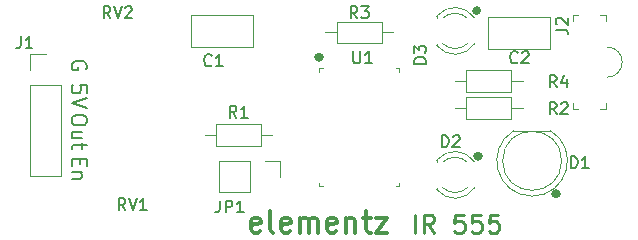
<source format=gbr>
G04 #@! TF.GenerationSoftware,KiCad,Pcbnew,5.1.5-52549c5~86~ubuntu16.04.1*
G04 #@! TF.CreationDate,2020-11-24T19:11:49+05:30*
G04 #@! TF.ProjectId,IR_Sensor_Module_555_V1.0_B,49525f53-656e-4736-9f72-5f4d6f64756c,V1.0*
G04 #@! TF.SameCoordinates,Original*
G04 #@! TF.FileFunction,Legend,Top*
G04 #@! TF.FilePolarity,Positive*
%FSLAX46Y46*%
G04 Gerber Fmt 4.6, Leading zero omitted, Abs format (unit mm)*
G04 Created by KiCad (PCBNEW 5.1.5-52549c5~86~ubuntu16.04.1) date 2020-11-24 19:11:49*
%MOMM*%
%LPD*%
G04 APERTURE LIST*
%ADD10C,0.500000*%
%ADD11C,0.254000*%
%ADD12C,0.300000*%
%ADD13C,0.177800*%
%ADD14C,0.100000*%
%ADD15C,0.120000*%
%ADD16C,0.150000*%
G04 APERTURE END LIST*
D10*
X145084800Y-115244428D02*
X145227657Y-115387285D01*
X145084800Y-115530142D01*
X144941942Y-115387285D01*
X145084800Y-115244428D01*
X145084800Y-115530142D01*
X138480800Y-112069428D02*
X138623657Y-112212285D01*
X138480800Y-112355142D01*
X138337942Y-112212285D01*
X138480800Y-112069428D01*
X138480800Y-112355142D01*
X138353800Y-99750428D02*
X138496657Y-99893285D01*
X138353800Y-100036142D01*
X138210942Y-99893285D01*
X138353800Y-99750428D01*
X138353800Y-100036142D01*
D11*
X133132285Y-118672428D02*
X133132285Y-117148428D01*
X134728857Y-118672428D02*
X134220857Y-117946714D01*
X133858000Y-118672428D02*
X133858000Y-117148428D01*
X134438571Y-117148428D01*
X134583714Y-117221000D01*
X134656285Y-117293571D01*
X134728857Y-117438714D01*
X134728857Y-117656428D01*
X134656285Y-117801571D01*
X134583714Y-117874142D01*
X134438571Y-117946714D01*
X133858000Y-117946714D01*
X137268857Y-117148428D02*
X136543142Y-117148428D01*
X136470571Y-117874142D01*
X136543142Y-117801571D01*
X136688285Y-117729000D01*
X137051142Y-117729000D01*
X137196285Y-117801571D01*
X137268857Y-117874142D01*
X137341428Y-118019285D01*
X137341428Y-118382142D01*
X137268857Y-118527285D01*
X137196285Y-118599857D01*
X137051142Y-118672428D01*
X136688285Y-118672428D01*
X136543142Y-118599857D01*
X136470571Y-118527285D01*
X138720285Y-117148428D02*
X137994571Y-117148428D01*
X137922000Y-117874142D01*
X137994571Y-117801571D01*
X138139714Y-117729000D01*
X138502571Y-117729000D01*
X138647714Y-117801571D01*
X138720285Y-117874142D01*
X138792857Y-118019285D01*
X138792857Y-118382142D01*
X138720285Y-118527285D01*
X138647714Y-118599857D01*
X138502571Y-118672428D01*
X138139714Y-118672428D01*
X137994571Y-118599857D01*
X137922000Y-118527285D01*
X140171714Y-117148428D02*
X139446000Y-117148428D01*
X139373428Y-117874142D01*
X139446000Y-117801571D01*
X139591142Y-117729000D01*
X139954000Y-117729000D01*
X140099142Y-117801571D01*
X140171714Y-117874142D01*
X140244285Y-118019285D01*
X140244285Y-118382142D01*
X140171714Y-118527285D01*
X140099142Y-118599857D01*
X139954000Y-118672428D01*
X139591142Y-118672428D01*
X139446000Y-118599857D01*
X139373428Y-118527285D01*
D12*
X120039428Y-118584571D02*
X119868000Y-118670285D01*
X119525142Y-118670285D01*
X119353714Y-118584571D01*
X119268000Y-118413142D01*
X119268000Y-117727428D01*
X119353714Y-117556000D01*
X119525142Y-117470285D01*
X119868000Y-117470285D01*
X120039428Y-117556000D01*
X120125142Y-117727428D01*
X120125142Y-117898857D01*
X119268000Y-118070285D01*
X121153714Y-118670285D02*
X120982285Y-118584571D01*
X120896571Y-118413142D01*
X120896571Y-116870285D01*
X122525142Y-118584571D02*
X122353714Y-118670285D01*
X122010857Y-118670285D01*
X121839428Y-118584571D01*
X121753714Y-118413142D01*
X121753714Y-117727428D01*
X121839428Y-117556000D01*
X122010857Y-117470285D01*
X122353714Y-117470285D01*
X122525142Y-117556000D01*
X122610857Y-117727428D01*
X122610857Y-117898857D01*
X121753714Y-118070285D01*
X123382285Y-118670285D02*
X123382285Y-117470285D01*
X123382285Y-117641714D02*
X123468000Y-117556000D01*
X123639428Y-117470285D01*
X123896571Y-117470285D01*
X124068000Y-117556000D01*
X124153714Y-117727428D01*
X124153714Y-118670285D01*
X124153714Y-117727428D02*
X124239428Y-117556000D01*
X124410857Y-117470285D01*
X124668000Y-117470285D01*
X124839428Y-117556000D01*
X124925142Y-117727428D01*
X124925142Y-118670285D01*
X126468000Y-118584571D02*
X126296571Y-118670285D01*
X125953714Y-118670285D01*
X125782285Y-118584571D01*
X125696571Y-118413142D01*
X125696571Y-117727428D01*
X125782285Y-117556000D01*
X125953714Y-117470285D01*
X126296571Y-117470285D01*
X126468000Y-117556000D01*
X126553714Y-117727428D01*
X126553714Y-117898857D01*
X125696571Y-118070285D01*
X127325142Y-117470285D02*
X127325142Y-118670285D01*
X127325142Y-117641714D02*
X127410857Y-117556000D01*
X127582285Y-117470285D01*
X127839428Y-117470285D01*
X128010857Y-117556000D01*
X128096571Y-117727428D01*
X128096571Y-118670285D01*
X128696571Y-117470285D02*
X129382285Y-117470285D01*
X128953714Y-116870285D02*
X128953714Y-118413142D01*
X129039428Y-118584571D01*
X129210857Y-118670285D01*
X129382285Y-118670285D01*
X129810857Y-117470285D02*
X130753714Y-117470285D01*
X129810857Y-118670285D01*
X130753714Y-118670285D01*
D10*
X125018800Y-103687428D02*
X125161657Y-103830285D01*
X125018800Y-103973142D01*
X124875942Y-103830285D01*
X125018800Y-103687428D01*
X125018800Y-103973142D01*
D13*
X105343476Y-106819095D02*
X105343476Y-106214333D01*
X104738714Y-106153857D01*
X104799190Y-106214333D01*
X104859666Y-106335285D01*
X104859666Y-106637666D01*
X104799190Y-106758619D01*
X104738714Y-106819095D01*
X104617761Y-106879571D01*
X104315380Y-106879571D01*
X104194428Y-106819095D01*
X104133952Y-106758619D01*
X104073476Y-106637666D01*
X104073476Y-106335285D01*
X104133952Y-106214333D01*
X104194428Y-106153857D01*
X105343476Y-107242428D02*
X104073476Y-107665761D01*
X105343476Y-108089095D01*
X105343476Y-109050666D02*
X105343476Y-109292571D01*
X105283000Y-109413523D01*
X105162047Y-109534476D01*
X104920142Y-109594952D01*
X104496809Y-109594952D01*
X104254904Y-109534476D01*
X104133952Y-109413523D01*
X104073476Y-109292571D01*
X104073476Y-109050666D01*
X104133952Y-108929714D01*
X104254904Y-108808761D01*
X104496809Y-108748285D01*
X104920142Y-108748285D01*
X105162047Y-108808761D01*
X105283000Y-108929714D01*
X105343476Y-109050666D01*
X104920142Y-110683523D02*
X104073476Y-110683523D01*
X104920142Y-110139238D02*
X104254904Y-110139238D01*
X104133952Y-110199714D01*
X104073476Y-110320666D01*
X104073476Y-110502095D01*
X104133952Y-110623047D01*
X104194428Y-110683523D01*
X104920142Y-111106857D02*
X104920142Y-111590666D01*
X105343476Y-111288285D02*
X104254904Y-111288285D01*
X104133952Y-111348761D01*
X104073476Y-111469714D01*
X104073476Y-111590666D01*
X105283000Y-104853619D02*
X105343476Y-104732666D01*
X105343476Y-104551238D01*
X105283000Y-104369809D01*
X105162047Y-104248857D01*
X105041095Y-104188380D01*
X104799190Y-104127904D01*
X104617761Y-104127904D01*
X104375857Y-104188380D01*
X104254904Y-104248857D01*
X104133952Y-104369809D01*
X104073476Y-104551238D01*
X104073476Y-104672190D01*
X104133952Y-104853619D01*
X104194428Y-104914095D01*
X104617761Y-104914095D01*
X104617761Y-104672190D01*
X104738714Y-112437333D02*
X104738714Y-112860666D01*
X104073476Y-113042095D02*
X104073476Y-112437333D01*
X105343476Y-112437333D01*
X105343476Y-113042095D01*
X104920142Y-113586380D02*
X104073476Y-113586380D01*
X104799190Y-113586380D02*
X104859666Y-113646857D01*
X104920142Y-113767809D01*
X104920142Y-113949238D01*
X104859666Y-114070190D01*
X104738714Y-114130666D01*
X104073476Y-114130666D01*
D14*
X146478800Y-100281600D02*
X146478800Y-100781600D01*
X146478800Y-100281600D02*
X146978800Y-100281600D01*
X146478800Y-108181600D02*
X146478800Y-107681600D01*
X146478800Y-108181600D02*
X146978800Y-108181600D01*
X149278800Y-108181600D02*
X148778800Y-108181600D01*
X149278800Y-108181600D02*
X149278800Y-107681600D01*
X149278800Y-100281600D02*
X149278800Y-100781600D01*
X149278800Y-100281600D02*
X148778800Y-100281600D01*
D15*
X149402800Y-102971600D02*
G75*
G02X149402800Y-105511600I0J-1270000D01*
G01*
X134965000Y-102680000D02*
X134965000Y-102836000D01*
X134965000Y-100364000D02*
X134965000Y-100520000D01*
X137566130Y-102679837D02*
G75*
G02X135484039Y-102680000I-1041130J1079837D01*
G01*
X137566130Y-100520163D02*
G75*
G03X135484039Y-100520000I-1041130J-1079837D01*
G01*
X138197335Y-102678608D02*
G75*
G02X134965000Y-102835516I-1672335J1078608D01*
G01*
X138197335Y-100521392D02*
G75*
G03X134965000Y-100364484I-1672335J-1078608D01*
G01*
X134965000Y-114872000D02*
X134965000Y-115028000D01*
X134965000Y-112556000D02*
X134965000Y-112712000D01*
X137566130Y-114871837D02*
G75*
G02X135484039Y-114872000I-1041130J1079837D01*
G01*
X137566130Y-112712163D02*
G75*
G03X135484039Y-112712000I-1041130J-1079837D01*
G01*
X138197335Y-114870608D02*
G75*
G02X134965000Y-115027516I-1672335J1078608D01*
G01*
X138197335Y-112713392D02*
G75*
G03X134965000Y-112556484I-1672335J-1078608D01*
G01*
X125552400Y-101727000D02*
X126502400Y-101727000D01*
X131292400Y-101727000D02*
X130342400Y-101727000D01*
X126502400Y-102647000D02*
X130342400Y-102647000D01*
X126502400Y-100807000D02*
X126502400Y-102647000D01*
X130342400Y-100807000D02*
X126502400Y-100807000D01*
X130342400Y-102647000D02*
X130342400Y-100807000D01*
D14*
X125012400Y-114743400D02*
X125312400Y-114743400D01*
X125012400Y-114443400D02*
X125012400Y-114743400D01*
X131812400Y-114743400D02*
X131512400Y-114743400D01*
X131812400Y-114443400D02*
X131812400Y-114743400D01*
X131812400Y-104743400D02*
X131512400Y-104743400D01*
X131812400Y-105043400D02*
X131812400Y-104743400D01*
X125012400Y-104743400D02*
X125312400Y-104743400D01*
X125012400Y-105043400D02*
X125012400Y-104743400D01*
D15*
X142239800Y-105867200D02*
X141289800Y-105867200D01*
X136499800Y-105867200D02*
X137449800Y-105867200D01*
X141289800Y-104947200D02*
X137449800Y-104947200D01*
X141289800Y-106787200D02*
X141289800Y-104947200D01*
X137449800Y-106787200D02*
X141289800Y-106787200D01*
X137449800Y-104947200D02*
X137449800Y-106787200D01*
X142239800Y-108153200D02*
X141289800Y-108153200D01*
X136499800Y-108153200D02*
X137449800Y-108153200D01*
X141289800Y-107233200D02*
X137449800Y-107233200D01*
X141289800Y-109073200D02*
X141289800Y-107233200D01*
X137449800Y-109073200D02*
X141289800Y-109073200D01*
X137449800Y-107233200D02*
X137449800Y-109073200D01*
X121056200Y-110413800D02*
X120106200Y-110413800D01*
X115316200Y-110413800D02*
X116266200Y-110413800D01*
X120106200Y-109493800D02*
X116266200Y-109493800D01*
X120106200Y-111333800D02*
X120106200Y-109493800D01*
X116266200Y-111333800D02*
X120106200Y-111333800D01*
X116266200Y-109493800D02*
X116266200Y-111333800D01*
X139284400Y-103122400D02*
X139284400Y-100382400D01*
X144524400Y-103122400D02*
X144524400Y-100382400D01*
X144524400Y-100382400D02*
X139284400Y-100382400D01*
X144524400Y-103122400D02*
X139284400Y-103122400D01*
X119440000Y-100230000D02*
X119440000Y-102970000D01*
X114200000Y-100230000D02*
X114200000Y-102970000D01*
X114200000Y-102970000D02*
X119440000Y-102970000D01*
X114200000Y-100230000D02*
X119440000Y-100230000D01*
X100524000Y-103572000D02*
X101854000Y-103572000D01*
X100524000Y-104902000D02*
X100524000Y-103572000D01*
X100524000Y-106172000D02*
X103184000Y-106172000D01*
X103184000Y-106172000D02*
X103184000Y-113852000D01*
X100524000Y-106172000D02*
X100524000Y-113852000D01*
X100524000Y-113852000D02*
X103184000Y-113852000D01*
X121726000Y-112614400D02*
X121726000Y-113944400D01*
X120396000Y-112614400D02*
X121726000Y-112614400D01*
X119126000Y-112614400D02*
X119126000Y-115274400D01*
X119126000Y-115274400D02*
X116526000Y-115274400D01*
X119126000Y-112614400D02*
X116526000Y-112614400D01*
X116526000Y-112614400D02*
X116526000Y-115274400D01*
X144597800Y-110038200D02*
X141507800Y-110038200D01*
X145552800Y-112598200D02*
G75*
G03X145552800Y-112598200I-2500000J0D01*
G01*
X143053262Y-115588200D02*
G75*
G02X141507970Y-110038200I-462J2990000D01*
G01*
X143052338Y-115588200D02*
G75*
G03X144597630Y-110038200I462J2990000D01*
G01*
D16*
X145051180Y-101486930D02*
X145765466Y-101486930D01*
X145908323Y-101534549D01*
X146003561Y-101629787D01*
X146051180Y-101772644D01*
X146051180Y-101867882D01*
X145146419Y-101058358D02*
X145098800Y-101010739D01*
X145051180Y-100915501D01*
X145051180Y-100677406D01*
X145098800Y-100582168D01*
X145146419Y-100534549D01*
X145241657Y-100486930D01*
X145336895Y-100486930D01*
X145479752Y-100534549D01*
X146051180Y-101105977D01*
X146051180Y-100486930D01*
X134056380Y-104370095D02*
X133056380Y-104370095D01*
X133056380Y-104132000D01*
X133104000Y-103989142D01*
X133199238Y-103893904D01*
X133294476Y-103846285D01*
X133484952Y-103798666D01*
X133627809Y-103798666D01*
X133818285Y-103846285D01*
X133913523Y-103893904D01*
X134008761Y-103989142D01*
X134056380Y-104132000D01*
X134056380Y-104370095D01*
X133056380Y-103465333D02*
X133056380Y-102846285D01*
X133437333Y-103179619D01*
X133437333Y-103036761D01*
X133484952Y-102941523D01*
X133532571Y-102893904D01*
X133627809Y-102846285D01*
X133865904Y-102846285D01*
X133961142Y-102893904D01*
X134008761Y-102941523D01*
X134056380Y-103036761D01*
X134056380Y-103322476D01*
X134008761Y-103417714D01*
X133961142Y-103465333D01*
X135405904Y-111450380D02*
X135405904Y-110450380D01*
X135644000Y-110450380D01*
X135786857Y-110498000D01*
X135882095Y-110593238D01*
X135929714Y-110688476D01*
X135977333Y-110878952D01*
X135977333Y-111021809D01*
X135929714Y-111212285D01*
X135882095Y-111307523D01*
X135786857Y-111402761D01*
X135644000Y-111450380D01*
X135405904Y-111450380D01*
X136358285Y-110545619D02*
X136405904Y-110498000D01*
X136501142Y-110450380D01*
X136739238Y-110450380D01*
X136834476Y-110498000D01*
X136882095Y-110545619D01*
X136929714Y-110640857D01*
X136929714Y-110736095D01*
X136882095Y-110878952D01*
X136310666Y-111450380D01*
X136929714Y-111450380D01*
X108624761Y-116784380D02*
X108291428Y-116308190D01*
X108053333Y-116784380D02*
X108053333Y-115784380D01*
X108434285Y-115784380D01*
X108529523Y-115832000D01*
X108577142Y-115879619D01*
X108624761Y-115974857D01*
X108624761Y-116117714D01*
X108577142Y-116212952D01*
X108529523Y-116260571D01*
X108434285Y-116308190D01*
X108053333Y-116308190D01*
X108910476Y-115784380D02*
X109243809Y-116784380D01*
X109577142Y-115784380D01*
X110434285Y-116784380D02*
X109862857Y-116784380D01*
X110148571Y-116784380D02*
X110148571Y-115784380D01*
X110053333Y-115927238D01*
X109958095Y-116022476D01*
X109862857Y-116070095D01*
X128255733Y-100528380D02*
X127922400Y-100052190D01*
X127684304Y-100528380D02*
X127684304Y-99528380D01*
X128065257Y-99528380D01*
X128160495Y-99576000D01*
X128208114Y-99623619D01*
X128255733Y-99718857D01*
X128255733Y-99861714D01*
X128208114Y-99956952D01*
X128160495Y-100004571D01*
X128065257Y-100052190D01*
X127684304Y-100052190D01*
X128589066Y-99528380D02*
X129208114Y-99528380D01*
X128874780Y-99909333D01*
X129017638Y-99909333D01*
X129112876Y-99956952D01*
X129160495Y-100004571D01*
X129208114Y-100099809D01*
X129208114Y-100337904D01*
X129160495Y-100433142D01*
X129112876Y-100480761D01*
X129017638Y-100528380D01*
X128731923Y-100528380D01*
X128636685Y-100480761D01*
X128589066Y-100433142D01*
X127914495Y-103338380D02*
X127914495Y-104147904D01*
X127962114Y-104243142D01*
X128009733Y-104290761D01*
X128104971Y-104338380D01*
X128295447Y-104338380D01*
X128390685Y-104290761D01*
X128438304Y-104243142D01*
X128485923Y-104147904D01*
X128485923Y-103338380D01*
X129485923Y-104338380D02*
X128914495Y-104338380D01*
X129200209Y-104338380D02*
X129200209Y-103338380D01*
X129104971Y-103481238D01*
X129009733Y-103576476D01*
X128914495Y-103624095D01*
X145121333Y-106370380D02*
X144788000Y-105894190D01*
X144549904Y-106370380D02*
X144549904Y-105370380D01*
X144930857Y-105370380D01*
X145026095Y-105418000D01*
X145073714Y-105465619D01*
X145121333Y-105560857D01*
X145121333Y-105703714D01*
X145073714Y-105798952D01*
X145026095Y-105846571D01*
X144930857Y-105894190D01*
X144549904Y-105894190D01*
X145978476Y-105703714D02*
X145978476Y-106370380D01*
X145740380Y-105322761D02*
X145502285Y-106037047D01*
X146121333Y-106037047D01*
X145121333Y-108656380D02*
X144788000Y-108180190D01*
X144549904Y-108656380D02*
X144549904Y-107656380D01*
X144930857Y-107656380D01*
X145026095Y-107704000D01*
X145073714Y-107751619D01*
X145121333Y-107846857D01*
X145121333Y-107989714D01*
X145073714Y-108084952D01*
X145026095Y-108132571D01*
X144930857Y-108180190D01*
X144549904Y-108180190D01*
X145502285Y-107751619D02*
X145549904Y-107704000D01*
X145645142Y-107656380D01*
X145883238Y-107656380D01*
X145978476Y-107704000D01*
X146026095Y-107751619D01*
X146073714Y-107846857D01*
X146073714Y-107942095D01*
X146026095Y-108084952D01*
X145454666Y-108656380D01*
X146073714Y-108656380D01*
X118019533Y-108946180D02*
X117686200Y-108469990D01*
X117448104Y-108946180D02*
X117448104Y-107946180D01*
X117829057Y-107946180D01*
X117924295Y-107993800D01*
X117971914Y-108041419D01*
X118019533Y-108136657D01*
X118019533Y-108279514D01*
X117971914Y-108374752D01*
X117924295Y-108422371D01*
X117829057Y-108469990D01*
X117448104Y-108469990D01*
X118971914Y-108946180D02*
X118400485Y-108946180D01*
X118686200Y-108946180D02*
X118686200Y-107946180D01*
X118590961Y-108089038D01*
X118495723Y-108184276D01*
X118400485Y-108231895D01*
X141819333Y-104243142D02*
X141771714Y-104290761D01*
X141628857Y-104338380D01*
X141533619Y-104338380D01*
X141390761Y-104290761D01*
X141295523Y-104195523D01*
X141247904Y-104100285D01*
X141200285Y-103909809D01*
X141200285Y-103766952D01*
X141247904Y-103576476D01*
X141295523Y-103481238D01*
X141390761Y-103386000D01*
X141533619Y-103338380D01*
X141628857Y-103338380D01*
X141771714Y-103386000D01*
X141819333Y-103433619D01*
X142200285Y-103433619D02*
X142247904Y-103386000D01*
X142343142Y-103338380D01*
X142581238Y-103338380D01*
X142676476Y-103386000D01*
X142724095Y-103433619D01*
X142771714Y-103528857D01*
X142771714Y-103624095D01*
X142724095Y-103766952D01*
X142152666Y-104338380D01*
X142771714Y-104338380D01*
X115911333Y-104497142D02*
X115863714Y-104544761D01*
X115720857Y-104592380D01*
X115625619Y-104592380D01*
X115482761Y-104544761D01*
X115387523Y-104449523D01*
X115339904Y-104354285D01*
X115292285Y-104163809D01*
X115292285Y-104020952D01*
X115339904Y-103830476D01*
X115387523Y-103735238D01*
X115482761Y-103640000D01*
X115625619Y-103592380D01*
X115720857Y-103592380D01*
X115863714Y-103640000D01*
X115911333Y-103687619D01*
X116863714Y-104592380D02*
X116292285Y-104592380D01*
X116578000Y-104592380D02*
X116578000Y-103592380D01*
X116482761Y-103735238D01*
X116387523Y-103830476D01*
X116292285Y-103878095D01*
X107354761Y-100528380D02*
X107021428Y-100052190D01*
X106783333Y-100528380D02*
X106783333Y-99528380D01*
X107164285Y-99528380D01*
X107259523Y-99576000D01*
X107307142Y-99623619D01*
X107354761Y-99718857D01*
X107354761Y-99861714D01*
X107307142Y-99956952D01*
X107259523Y-100004571D01*
X107164285Y-100052190D01*
X106783333Y-100052190D01*
X107640476Y-99528380D02*
X107973809Y-100528380D01*
X108307142Y-99528380D01*
X108592857Y-99623619D02*
X108640476Y-99576000D01*
X108735714Y-99528380D01*
X108973809Y-99528380D01*
X109069047Y-99576000D01*
X109116666Y-99623619D01*
X109164285Y-99718857D01*
X109164285Y-99814095D01*
X109116666Y-99956952D01*
X108545238Y-100528380D01*
X109164285Y-100528380D01*
X99742666Y-102068380D02*
X99742666Y-102782666D01*
X99695047Y-102925523D01*
X99599809Y-103020761D01*
X99456952Y-103068380D01*
X99361714Y-103068380D01*
X100742666Y-103068380D02*
X100171238Y-103068380D01*
X100456952Y-103068380D02*
X100456952Y-102068380D01*
X100361714Y-102211238D01*
X100266476Y-102306476D01*
X100171238Y-102354095D01*
X116616266Y-115962180D02*
X116616266Y-116676466D01*
X116568647Y-116819323D01*
X116473409Y-116914561D01*
X116330552Y-116962180D01*
X116235314Y-116962180D01*
X117092457Y-116962180D02*
X117092457Y-115962180D01*
X117473409Y-115962180D01*
X117568647Y-116009800D01*
X117616266Y-116057419D01*
X117663885Y-116152657D01*
X117663885Y-116295514D01*
X117616266Y-116390752D01*
X117568647Y-116438371D01*
X117473409Y-116485990D01*
X117092457Y-116485990D01*
X118616266Y-116962180D02*
X118044838Y-116962180D01*
X118330552Y-116962180D02*
X118330552Y-115962180D01*
X118235314Y-116105038D01*
X118140076Y-116200276D01*
X118044838Y-116247895D01*
X146327904Y-113228380D02*
X146327904Y-112228380D01*
X146566000Y-112228380D01*
X146708857Y-112276000D01*
X146804095Y-112371238D01*
X146851714Y-112466476D01*
X146899333Y-112656952D01*
X146899333Y-112799809D01*
X146851714Y-112990285D01*
X146804095Y-113085523D01*
X146708857Y-113180761D01*
X146566000Y-113228380D01*
X146327904Y-113228380D01*
X147851714Y-113228380D02*
X147280285Y-113228380D01*
X147566000Y-113228380D02*
X147566000Y-112228380D01*
X147470761Y-112371238D01*
X147375523Y-112466476D01*
X147280285Y-112514095D01*
M02*

</source>
